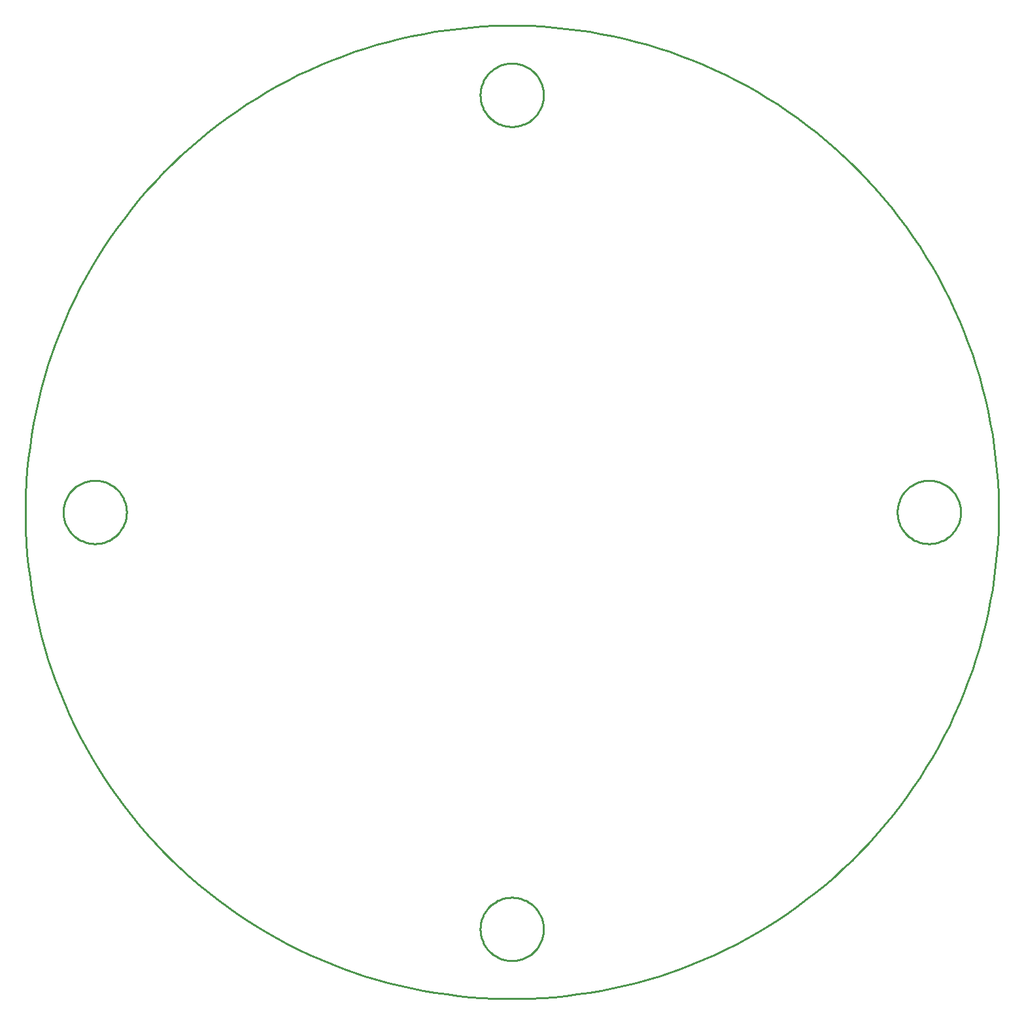
<source format=gbr>
G04 EAGLE Gerber RS-274X export*
G75*
%MOMM*%
%FSLAX34Y34*%
%LPD*%
%IN*%
%IPPOS*%
%AMOC8*
5,1,8,0,0,1.08239X$1,22.5*%
G01*
%ADD10C,0.254000*%


D10*
X630000Y-7732D02*
X630000Y7732D01*
X629621Y23190D01*
X628862Y38635D01*
X627724Y54056D01*
X626209Y69445D01*
X624316Y84792D01*
X622047Y100088D01*
X619403Y115324D01*
X616386Y130490D01*
X612998Y145578D01*
X609241Y160577D01*
X605117Y175481D01*
X600628Y190278D01*
X595777Y204961D01*
X590568Y219520D01*
X585003Y233947D01*
X579085Y248234D01*
X572819Y262370D01*
X566208Y276349D01*
X559255Y290161D01*
X551966Y303799D01*
X544344Y317253D01*
X536394Y330516D01*
X528121Y343581D01*
X519530Y356438D01*
X510626Y369080D01*
X501415Y381501D01*
X491902Y393691D01*
X482092Y405644D01*
X471991Y417353D01*
X461607Y428811D01*
X450944Y440010D01*
X440010Y450944D01*
X428811Y461607D01*
X417353Y471991D01*
X405644Y482092D01*
X393691Y491902D01*
X381501Y501415D01*
X369080Y510626D01*
X356438Y519530D01*
X343581Y528121D01*
X330516Y536394D01*
X317253Y544344D01*
X303799Y551966D01*
X290161Y559255D01*
X276349Y566208D01*
X262370Y572819D01*
X248234Y579085D01*
X233947Y585003D01*
X219520Y590568D01*
X204961Y595777D01*
X190278Y600628D01*
X175481Y605117D01*
X160577Y609241D01*
X145578Y612998D01*
X130490Y616386D01*
X115324Y619403D01*
X100088Y622047D01*
X84792Y624316D01*
X69445Y626209D01*
X54056Y627724D01*
X38635Y628862D01*
X23190Y629621D01*
X7732Y630000D01*
X-7732Y630000D01*
X-23190Y629621D01*
X-38635Y628862D01*
X-54056Y627724D01*
X-69445Y626209D01*
X-84792Y624316D01*
X-100088Y622047D01*
X-115324Y619403D01*
X-130490Y616386D01*
X-145578Y612998D01*
X-160577Y609241D01*
X-175481Y605117D01*
X-190278Y600628D01*
X-204961Y595777D01*
X-219520Y590568D01*
X-233947Y585003D01*
X-248234Y579085D01*
X-262370Y572819D01*
X-276349Y566208D01*
X-290161Y559255D01*
X-303799Y551966D01*
X-317253Y544344D01*
X-330516Y536394D01*
X-343581Y528121D01*
X-356438Y519530D01*
X-369080Y510626D01*
X-381501Y501415D01*
X-393691Y491902D01*
X-405644Y482092D01*
X-417353Y471991D01*
X-428811Y461607D01*
X-440010Y450944D01*
X-450944Y440010D01*
X-461607Y428811D01*
X-471991Y417353D01*
X-482092Y405644D01*
X-491902Y393691D01*
X-501415Y381501D01*
X-510626Y369080D01*
X-519530Y356438D01*
X-528121Y343581D01*
X-536394Y330516D01*
X-544344Y317253D01*
X-551966Y303799D01*
X-559255Y290161D01*
X-566208Y276349D01*
X-572819Y262370D01*
X-579085Y248234D01*
X-585003Y233947D01*
X-590568Y219520D01*
X-595777Y204961D01*
X-600628Y190278D01*
X-605117Y175481D01*
X-609241Y160577D01*
X-612998Y145578D01*
X-616386Y130490D01*
X-619403Y115324D01*
X-622047Y100088D01*
X-624316Y84792D01*
X-626209Y69445D01*
X-627724Y54056D01*
X-628862Y38635D01*
X-629621Y23190D01*
X-630000Y7732D01*
X-630000Y-7732D01*
X-629621Y-23190D01*
X-628862Y-38635D01*
X-627724Y-54056D01*
X-626209Y-69445D01*
X-624316Y-84792D01*
X-622047Y-100088D01*
X-619403Y-115324D01*
X-616386Y-130490D01*
X-612998Y-145578D01*
X-609241Y-160577D01*
X-605117Y-175481D01*
X-600628Y-190278D01*
X-595777Y-204961D01*
X-590568Y-219520D01*
X-585003Y-233947D01*
X-579085Y-248234D01*
X-572819Y-262370D01*
X-566208Y-276349D01*
X-559255Y-290161D01*
X-551966Y-303799D01*
X-544344Y-317253D01*
X-536394Y-330516D01*
X-528121Y-343581D01*
X-519530Y-356438D01*
X-510626Y-369080D01*
X-501415Y-381501D01*
X-491902Y-393691D01*
X-482092Y-405644D01*
X-471991Y-417353D01*
X-461607Y-428811D01*
X-450944Y-440010D01*
X-440010Y-450944D01*
X-428811Y-461607D01*
X-417353Y-471991D01*
X-405644Y-482092D01*
X-393691Y-491902D01*
X-381501Y-501415D01*
X-369080Y-510626D01*
X-356438Y-519530D01*
X-343581Y-528121D01*
X-330516Y-536394D01*
X-317253Y-544344D01*
X-303799Y-551966D01*
X-290161Y-559255D01*
X-276349Y-566208D01*
X-262370Y-572819D01*
X-248234Y-579085D01*
X-233947Y-585003D01*
X-219520Y-590568D01*
X-204961Y-595777D01*
X-190278Y-600628D01*
X-175481Y-605117D01*
X-160577Y-609241D01*
X-145578Y-612998D01*
X-130490Y-616386D01*
X-115324Y-619403D01*
X-100088Y-622047D01*
X-84792Y-624316D01*
X-69445Y-626209D01*
X-54056Y-627724D01*
X-38635Y-628862D01*
X-23190Y-629621D01*
X-7732Y-630000D01*
X7732Y-630000D01*
X23190Y-629621D01*
X38635Y-628862D01*
X54056Y-627724D01*
X69445Y-626209D01*
X84792Y-624316D01*
X100088Y-622047D01*
X115324Y-619403D01*
X130490Y-616386D01*
X145578Y-612998D01*
X160577Y-609241D01*
X175481Y-605117D01*
X190278Y-600628D01*
X204961Y-595777D01*
X219520Y-590568D01*
X233947Y-585003D01*
X248234Y-579085D01*
X262370Y-572819D01*
X276349Y-566208D01*
X290161Y-559255D01*
X303799Y-551966D01*
X317253Y-544344D01*
X330516Y-536394D01*
X343581Y-528121D01*
X356438Y-519530D01*
X369080Y-510626D01*
X381501Y-501415D01*
X393691Y-491902D01*
X405644Y-482092D01*
X417353Y-471991D01*
X428811Y-461607D01*
X440010Y-450944D01*
X450944Y-440010D01*
X461607Y-428811D01*
X471991Y-417353D01*
X482092Y-405644D01*
X491902Y-393691D01*
X501415Y-381501D01*
X510626Y-369080D01*
X519530Y-356438D01*
X528121Y-343581D01*
X536394Y-330516D01*
X544344Y-317253D01*
X551966Y-303799D01*
X559255Y-290161D01*
X566208Y-276349D01*
X572819Y-262370D01*
X579085Y-248234D01*
X585003Y-233947D01*
X590568Y-219520D01*
X595777Y-204961D01*
X600628Y-190278D01*
X605117Y-175481D01*
X609241Y-160577D01*
X612998Y-145578D01*
X616386Y-130490D01*
X619403Y-115324D01*
X622047Y-100088D01*
X624316Y-84792D01*
X626209Y-69445D01*
X627724Y-54056D01*
X628862Y-38635D01*
X629621Y-23190D01*
X630000Y-7732D01*
X581000Y-895D02*
X581000Y895D01*
X580922Y2682D01*
X580766Y4465D01*
X580532Y6239D01*
X580222Y8001D01*
X579835Y9747D01*
X579371Y11476D01*
X578833Y13182D01*
X578221Y14864D01*
X577537Y16517D01*
X576781Y18138D01*
X575954Y19725D01*
X575060Y21275D01*
X574098Y22784D01*
X573072Y24249D01*
X571983Y25669D01*
X570833Y27040D01*
X569624Y28359D01*
X568359Y29624D01*
X567040Y30833D01*
X565669Y31983D01*
X564249Y33072D01*
X562784Y34098D01*
X561275Y35060D01*
X559725Y35954D01*
X558138Y36781D01*
X556517Y37537D01*
X554864Y38221D01*
X553182Y38833D01*
X551476Y39371D01*
X549747Y39835D01*
X548001Y40222D01*
X546239Y40532D01*
X544465Y40766D01*
X542682Y40922D01*
X540895Y41000D01*
X539105Y41000D01*
X537318Y40922D01*
X535535Y40766D01*
X533761Y40532D01*
X531999Y40222D01*
X530253Y39835D01*
X528524Y39371D01*
X526818Y38833D01*
X525137Y38221D01*
X523483Y37537D01*
X521862Y36781D01*
X520275Y35954D01*
X518725Y35060D01*
X517216Y34098D01*
X515751Y33072D01*
X514331Y31983D01*
X512960Y30833D01*
X511641Y29624D01*
X510376Y28359D01*
X509167Y27040D01*
X508017Y25669D01*
X506928Y24249D01*
X505902Y22784D01*
X504940Y21275D01*
X504046Y19725D01*
X503219Y18138D01*
X502463Y16517D01*
X501779Y14864D01*
X501167Y13182D01*
X500629Y11476D01*
X500166Y9747D01*
X499778Y8001D01*
X499468Y6239D01*
X499234Y4465D01*
X499078Y2682D01*
X499000Y895D01*
X499000Y-895D01*
X499078Y-2682D01*
X499234Y-4465D01*
X499468Y-6239D01*
X499778Y-8001D01*
X500166Y-9747D01*
X500629Y-11476D01*
X501167Y-13182D01*
X501779Y-14864D01*
X502463Y-16517D01*
X503219Y-18138D01*
X504046Y-19725D01*
X504940Y-21275D01*
X505902Y-22784D01*
X506928Y-24249D01*
X508017Y-25669D01*
X509167Y-27040D01*
X510376Y-28359D01*
X511641Y-29624D01*
X512960Y-30833D01*
X514331Y-31983D01*
X515751Y-33072D01*
X517216Y-34098D01*
X518725Y-35060D01*
X520275Y-35954D01*
X521862Y-36781D01*
X523483Y-37537D01*
X525137Y-38221D01*
X526818Y-38833D01*
X528524Y-39371D01*
X530253Y-39835D01*
X531999Y-40222D01*
X533761Y-40532D01*
X535535Y-40766D01*
X537318Y-40922D01*
X539105Y-41000D01*
X540895Y-41000D01*
X542682Y-40922D01*
X544465Y-40766D01*
X546239Y-40532D01*
X548001Y-40222D01*
X549747Y-39835D01*
X551476Y-39371D01*
X553182Y-38833D01*
X554864Y-38221D01*
X556517Y-37537D01*
X558138Y-36781D01*
X559725Y-35954D01*
X561275Y-35060D01*
X562784Y-34098D01*
X564249Y-33072D01*
X565669Y-31983D01*
X567040Y-30833D01*
X568359Y-29624D01*
X569624Y-28359D01*
X570833Y-27040D01*
X571983Y-25669D01*
X573072Y-24249D01*
X574098Y-22784D01*
X575060Y-21275D01*
X575954Y-19725D01*
X576781Y-18138D01*
X577537Y-16517D01*
X578221Y-14864D01*
X578833Y-13182D01*
X579371Y-11476D01*
X579835Y-9747D01*
X580222Y-8001D01*
X580532Y-6239D01*
X580766Y-4465D01*
X580922Y-2682D01*
X581000Y-895D01*
X41000Y539105D02*
X41000Y540895D01*
X40922Y542682D01*
X40766Y544465D01*
X40532Y546239D01*
X40222Y548001D01*
X39835Y549747D01*
X39371Y551476D01*
X38833Y553182D01*
X38221Y554864D01*
X37537Y556517D01*
X36781Y558138D01*
X35954Y559725D01*
X35060Y561275D01*
X34098Y562784D01*
X33072Y564249D01*
X31983Y565669D01*
X30833Y567040D01*
X29624Y568359D01*
X28359Y569624D01*
X27040Y570833D01*
X25669Y571983D01*
X24249Y573072D01*
X22784Y574098D01*
X21275Y575060D01*
X19725Y575954D01*
X18138Y576781D01*
X16517Y577537D01*
X14864Y578221D01*
X13182Y578833D01*
X11476Y579371D01*
X9747Y579835D01*
X8001Y580222D01*
X6239Y580532D01*
X4465Y580766D01*
X2682Y580922D01*
X895Y581000D01*
X-895Y581000D01*
X-2682Y580922D01*
X-4465Y580766D01*
X-6239Y580532D01*
X-8001Y580222D01*
X-9747Y579835D01*
X-11476Y579371D01*
X-13182Y578833D01*
X-14864Y578221D01*
X-16517Y577537D01*
X-18138Y576781D01*
X-19725Y575954D01*
X-21275Y575060D01*
X-22784Y574098D01*
X-24249Y573072D01*
X-25669Y571983D01*
X-27040Y570833D01*
X-28359Y569624D01*
X-29624Y568359D01*
X-30833Y567040D01*
X-31983Y565669D01*
X-33072Y564249D01*
X-34098Y562784D01*
X-35060Y561275D01*
X-35954Y559725D01*
X-36781Y558138D01*
X-37537Y556517D01*
X-38221Y554864D01*
X-38833Y553182D01*
X-39371Y551476D01*
X-39835Y549747D01*
X-40222Y548001D01*
X-40532Y546239D01*
X-40766Y544465D01*
X-40922Y542682D01*
X-41000Y540895D01*
X-41000Y539105D01*
X-40922Y537318D01*
X-40766Y535535D01*
X-40532Y533761D01*
X-40222Y531999D01*
X-39835Y530253D01*
X-39371Y528524D01*
X-38833Y526818D01*
X-38221Y525137D01*
X-37537Y523483D01*
X-36781Y521862D01*
X-35954Y520275D01*
X-35060Y518725D01*
X-34098Y517216D01*
X-33072Y515751D01*
X-31983Y514331D01*
X-30833Y512960D01*
X-29624Y511641D01*
X-28359Y510376D01*
X-27040Y509167D01*
X-25669Y508017D01*
X-24249Y506928D01*
X-22784Y505902D01*
X-21275Y504940D01*
X-19725Y504046D01*
X-18138Y503219D01*
X-16517Y502463D01*
X-14864Y501779D01*
X-13182Y501167D01*
X-11476Y500629D01*
X-9747Y500166D01*
X-8001Y499778D01*
X-6239Y499468D01*
X-4465Y499234D01*
X-2682Y499078D01*
X-895Y499000D01*
X895Y499000D01*
X2682Y499078D01*
X4465Y499234D01*
X6239Y499468D01*
X8001Y499778D01*
X9747Y500166D01*
X11476Y500629D01*
X13182Y501167D01*
X14864Y501779D01*
X16517Y502463D01*
X18138Y503219D01*
X19725Y504046D01*
X21275Y504940D01*
X22784Y505902D01*
X24249Y506928D01*
X25669Y508017D01*
X27040Y509167D01*
X28359Y510376D01*
X29624Y511641D01*
X30833Y512960D01*
X31983Y514331D01*
X33072Y515751D01*
X34098Y517216D01*
X35060Y518725D01*
X35954Y520275D01*
X36781Y521862D01*
X37537Y523483D01*
X38221Y525137D01*
X38833Y526818D01*
X39371Y528524D01*
X39835Y530253D01*
X40222Y531999D01*
X40532Y533761D01*
X40766Y535535D01*
X40922Y537318D01*
X41000Y539105D01*
X-499000Y-895D02*
X-499000Y895D01*
X-499078Y2682D01*
X-499234Y4465D01*
X-499468Y6239D01*
X-499778Y8001D01*
X-500166Y9747D01*
X-500629Y11476D01*
X-501167Y13182D01*
X-501779Y14864D01*
X-502463Y16517D01*
X-503219Y18138D01*
X-504046Y19725D01*
X-504940Y21275D01*
X-505902Y22784D01*
X-506928Y24249D01*
X-508017Y25669D01*
X-509167Y27040D01*
X-510376Y28359D01*
X-511641Y29624D01*
X-512960Y30833D01*
X-514331Y31983D01*
X-515751Y33072D01*
X-517216Y34098D01*
X-518725Y35060D01*
X-520275Y35954D01*
X-521862Y36781D01*
X-523483Y37537D01*
X-525137Y38221D01*
X-526818Y38833D01*
X-528524Y39371D01*
X-530253Y39835D01*
X-531999Y40222D01*
X-533761Y40532D01*
X-535535Y40766D01*
X-537318Y40922D01*
X-539105Y41000D01*
X-540895Y41000D01*
X-542682Y40922D01*
X-544465Y40766D01*
X-546239Y40532D01*
X-548001Y40222D01*
X-549747Y39835D01*
X-551476Y39371D01*
X-553182Y38833D01*
X-554864Y38221D01*
X-556517Y37537D01*
X-558138Y36781D01*
X-559725Y35954D01*
X-561275Y35060D01*
X-562784Y34098D01*
X-564249Y33072D01*
X-565669Y31983D01*
X-567040Y30833D01*
X-568359Y29624D01*
X-569624Y28359D01*
X-570833Y27040D01*
X-571983Y25669D01*
X-573072Y24249D01*
X-574098Y22784D01*
X-575060Y21275D01*
X-575954Y19725D01*
X-576781Y18138D01*
X-577537Y16517D01*
X-578221Y14864D01*
X-578833Y13182D01*
X-579371Y11476D01*
X-579835Y9747D01*
X-580222Y8001D01*
X-580532Y6239D01*
X-580766Y4465D01*
X-580922Y2682D01*
X-581000Y895D01*
X-581000Y-895D01*
X-580922Y-2682D01*
X-580766Y-4465D01*
X-580532Y-6239D01*
X-580222Y-8001D01*
X-579835Y-9747D01*
X-579371Y-11476D01*
X-578833Y-13182D01*
X-578221Y-14864D01*
X-577537Y-16517D01*
X-576781Y-18138D01*
X-575954Y-19725D01*
X-575060Y-21275D01*
X-574098Y-22784D01*
X-573072Y-24249D01*
X-571983Y-25669D01*
X-570833Y-27040D01*
X-569624Y-28359D01*
X-568359Y-29624D01*
X-567040Y-30833D01*
X-565669Y-31983D01*
X-564249Y-33072D01*
X-562784Y-34098D01*
X-561275Y-35060D01*
X-559725Y-35954D01*
X-558138Y-36781D01*
X-556517Y-37537D01*
X-554864Y-38221D01*
X-553182Y-38833D01*
X-551476Y-39371D01*
X-549747Y-39835D01*
X-548001Y-40222D01*
X-546239Y-40532D01*
X-544465Y-40766D01*
X-542682Y-40922D01*
X-540895Y-41000D01*
X-539105Y-41000D01*
X-537318Y-40922D01*
X-535535Y-40766D01*
X-533761Y-40532D01*
X-531999Y-40222D01*
X-530253Y-39835D01*
X-528524Y-39371D01*
X-526818Y-38833D01*
X-525137Y-38221D01*
X-523483Y-37537D01*
X-521862Y-36781D01*
X-520275Y-35954D01*
X-518725Y-35060D01*
X-517216Y-34098D01*
X-515751Y-33072D01*
X-514331Y-31983D01*
X-512960Y-30833D01*
X-511641Y-29624D01*
X-510376Y-28359D01*
X-509167Y-27040D01*
X-508017Y-25669D01*
X-506928Y-24249D01*
X-505902Y-22784D01*
X-504940Y-21275D01*
X-504046Y-19725D01*
X-503219Y-18138D01*
X-502463Y-16517D01*
X-501779Y-14864D01*
X-501167Y-13182D01*
X-500629Y-11476D01*
X-500166Y-9747D01*
X-499778Y-8001D01*
X-499468Y-6239D01*
X-499234Y-4465D01*
X-499078Y-2682D01*
X-499000Y-895D01*
X41000Y-540895D02*
X41000Y-539105D01*
X40922Y-537318D01*
X40766Y-535535D01*
X40532Y-533761D01*
X40222Y-531999D01*
X39835Y-530253D01*
X39371Y-528524D01*
X38833Y-526818D01*
X38221Y-525137D01*
X37537Y-523483D01*
X36781Y-521862D01*
X35954Y-520275D01*
X35060Y-518725D01*
X34098Y-517216D01*
X33072Y-515751D01*
X31983Y-514331D01*
X30833Y-512960D01*
X29624Y-511641D01*
X28359Y-510376D01*
X27040Y-509167D01*
X25669Y-508017D01*
X24249Y-506928D01*
X22784Y-505902D01*
X21275Y-504940D01*
X19725Y-504046D01*
X18138Y-503219D01*
X16517Y-502463D01*
X14864Y-501779D01*
X13182Y-501167D01*
X11476Y-500629D01*
X9747Y-500166D01*
X8001Y-499778D01*
X6239Y-499468D01*
X4465Y-499234D01*
X2682Y-499078D01*
X895Y-499000D01*
X-895Y-499000D01*
X-2682Y-499078D01*
X-4465Y-499234D01*
X-6239Y-499468D01*
X-8001Y-499778D01*
X-9747Y-500166D01*
X-11476Y-500629D01*
X-13182Y-501167D01*
X-14864Y-501779D01*
X-16517Y-502463D01*
X-18138Y-503219D01*
X-19725Y-504046D01*
X-21275Y-504940D01*
X-22784Y-505902D01*
X-24249Y-506928D01*
X-25669Y-508017D01*
X-27040Y-509167D01*
X-28359Y-510376D01*
X-29624Y-511641D01*
X-30833Y-512960D01*
X-31983Y-514331D01*
X-33072Y-515751D01*
X-34098Y-517216D01*
X-35060Y-518725D01*
X-35954Y-520275D01*
X-36781Y-521862D01*
X-37537Y-523483D01*
X-38221Y-525137D01*
X-38833Y-526818D01*
X-39371Y-528524D01*
X-39835Y-530253D01*
X-40222Y-531999D01*
X-40532Y-533761D01*
X-40766Y-535535D01*
X-40922Y-537318D01*
X-41000Y-539105D01*
X-41000Y-540895D01*
X-40922Y-542682D01*
X-40766Y-544465D01*
X-40532Y-546239D01*
X-40222Y-548001D01*
X-39835Y-549747D01*
X-39371Y-551476D01*
X-38833Y-553182D01*
X-38221Y-554864D01*
X-37537Y-556517D01*
X-36781Y-558138D01*
X-35954Y-559725D01*
X-35060Y-561275D01*
X-34098Y-562784D01*
X-33072Y-564249D01*
X-31983Y-565669D01*
X-30833Y-567040D01*
X-29624Y-568359D01*
X-28359Y-569624D01*
X-27040Y-570833D01*
X-25669Y-571983D01*
X-24249Y-573072D01*
X-22784Y-574098D01*
X-21275Y-575060D01*
X-19725Y-575954D01*
X-18138Y-576781D01*
X-16517Y-577537D01*
X-14864Y-578221D01*
X-13182Y-578833D01*
X-11476Y-579371D01*
X-9747Y-579835D01*
X-8001Y-580222D01*
X-6239Y-580532D01*
X-4465Y-580766D01*
X-2682Y-580922D01*
X-895Y-581000D01*
X895Y-581000D01*
X2682Y-580922D01*
X4465Y-580766D01*
X6239Y-580532D01*
X8001Y-580222D01*
X9747Y-579835D01*
X11476Y-579371D01*
X13182Y-578833D01*
X14864Y-578221D01*
X16517Y-577537D01*
X18138Y-576781D01*
X19725Y-575954D01*
X21275Y-575060D01*
X22784Y-574098D01*
X24249Y-573072D01*
X25669Y-571983D01*
X27040Y-570833D01*
X28359Y-569624D01*
X29624Y-568359D01*
X30833Y-567040D01*
X31983Y-565669D01*
X33072Y-564249D01*
X34098Y-562784D01*
X35060Y-561275D01*
X35954Y-559725D01*
X36781Y-558138D01*
X37537Y-556517D01*
X38221Y-554864D01*
X38833Y-553182D01*
X39371Y-551476D01*
X39835Y-549747D01*
X40222Y-548001D01*
X40532Y-546239D01*
X40766Y-544465D01*
X40922Y-542682D01*
X41000Y-540895D01*
M02*

</source>
